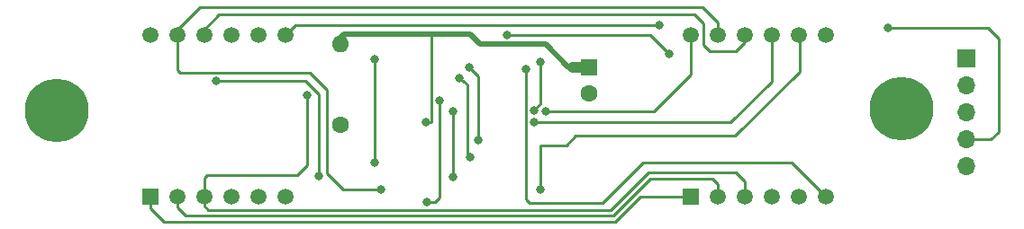
<source format=gbr>
G04 #@! TF.GenerationSoftware,KiCad,Pcbnew,(5.0.2)-1*
G04 #@! TF.CreationDate,2021-03-12T16:00:43+02:00*
G04 #@! TF.ProjectId,MAX7219 SMD,4d415837-3231-4392-9053-4d442e6b6963,rev?*
G04 #@! TF.SameCoordinates,Original*
G04 #@! TF.FileFunction,Copper,L1,Top*
G04 #@! TF.FilePolarity,Positive*
%FSLAX46Y46*%
G04 Gerber Fmt 4.6, Leading zero omitted, Abs format (unit mm)*
G04 Created by KiCad (PCBNEW (5.0.2)-1) date 12.03.2021 16:00:43*
%MOMM*%
%LPD*%
G01*
G04 APERTURE LIST*
G04 #@! TA.AperFunction,ComponentPad*
%ADD10C,1.600000*%
G04 #@! TD*
G04 #@! TA.AperFunction,ComponentPad*
%ADD11R,1.600000X1.600000*%
G04 #@! TD*
G04 #@! TA.AperFunction,ComponentPad*
%ADD12O,1.600000X1.600000*%
G04 #@! TD*
G04 #@! TA.AperFunction,ComponentPad*
%ADD13C,1.500000*%
G04 #@! TD*
G04 #@! TA.AperFunction,ComponentPad*
%ADD14R,1.500000X1.500000*%
G04 #@! TD*
G04 #@! TA.AperFunction,ComponentPad*
%ADD15R,1.700000X1.700000*%
G04 #@! TD*
G04 #@! TA.AperFunction,ComponentPad*
%ADD16O,1.700000X1.700000*%
G04 #@! TD*
G04 #@! TA.AperFunction,ViaPad*
%ADD17C,6.000000*%
G04 #@! TD*
G04 #@! TA.AperFunction,ViaPad*
%ADD18C,0.800000*%
G04 #@! TD*
G04 #@! TA.AperFunction,Conductor*
%ADD19C,1.000000*%
G04 #@! TD*
G04 #@! TA.AperFunction,Conductor*
%ADD20C,0.500000*%
G04 #@! TD*
G04 #@! TA.AperFunction,Conductor*
%ADD21C,0.250000*%
G04 #@! TD*
G04 APERTURE END LIST*
D10*
G04 #@! TO.P,C1,2*
G04 #@! TO.N,GNDD*
X152908000Y-97623000D03*
D11*
G04 #@! TO.P,C1,1*
G04 #@! TO.N,+5V*
X152908000Y-95123000D03*
G04 #@! TD*
D12*
G04 #@! TO.P,R1,2*
G04 #@! TO.N,+5V*
X129540000Y-92964000D03*
D10*
G04 #@! TO.P,R1,1*
G04 #@! TO.N,Net-(R1-Pad1)*
X129540000Y-100584000D03*
G04 #@! TD*
D13*
G04 #@! TO.P,U3,12*
G04 #@! TO.N,Net-(U1-Pad8)*
X111633000Y-92075000D03*
G04 #@! TO.P,U3,11*
G04 #@! TO.N,Net-(U1-Pad14)*
X114173000Y-92075000D03*
G04 #@! TO.P,U3,10*
G04 #@! TO.N,Net-(U1-Pad15)*
X116713000Y-92075000D03*
G04 #@! TO.P,U3,9*
G04 #@! TO.N,Net-(U1-Pad5)*
X119253000Y-92075000D03*
G04 #@! TO.P,U3,8*
G04 #@! TO.N,Net-(U1-Pad10)*
X121793000Y-92075000D03*
G04 #@! TO.P,U3,7*
G04 #@! TO.N,Net-(U1-Pad16)*
X124333000Y-92075000D03*
G04 #@! TO.P,U3,6*
G04 #@! TO.N,Net-(U1-Pad3)*
X124333000Y-107315000D03*
G04 #@! TO.P,U3,5*
G04 #@! TO.N,Net-(U1-Pad17)*
X121793000Y-107315000D03*
G04 #@! TO.P,U3,4*
G04 #@! TO.N,Net-(U1-Pad20)*
X119253000Y-107315000D03*
G04 #@! TO.P,U3,3*
G04 #@! TO.N,Net-(U1-Pad22)*
X116713000Y-107315000D03*
G04 #@! TO.P,U3,2*
G04 #@! TO.N,Net-(U1-Pad23)*
X114173000Y-107315000D03*
D14*
G04 #@! TO.P,U3,1*
G04 #@! TO.N,Net-(U1-Pad21)*
X111633000Y-107315000D03*
G04 #@! TD*
D15*
G04 #@! TO.P,J1,1*
G04 #@! TO.N,+5V*
X188341000Y-94310200D03*
D16*
G04 #@! TO.P,J1,2*
G04 #@! TO.N,Net-(J1-Pad2)*
X188341000Y-96850200D03*
G04 #@! TO.P,J1,3*
G04 #@! TO.N,Net-(J1-Pad3)*
X188341000Y-99390200D03*
G04 #@! TO.P,J1,4*
G04 #@! TO.N,Net-(J1-Pad4)*
X188341000Y-101930200D03*
G04 #@! TO.P,J1,5*
G04 #@! TO.N,GNDD*
X188341000Y-104470200D03*
G04 #@! TD*
D14*
G04 #@! TO.P,U2,1*
G04 #@! TO.N,Net-(U1-Pad21)*
X162433000Y-107315000D03*
D13*
G04 #@! TO.P,U2,2*
G04 #@! TO.N,Net-(U1-Pad23)*
X164973000Y-107315000D03*
G04 #@! TO.P,U2,3*
G04 #@! TO.N,Net-(U1-Pad22)*
X167513000Y-107315000D03*
G04 #@! TO.P,U2,4*
G04 #@! TO.N,Net-(U1-Pad20)*
X170053000Y-107315000D03*
G04 #@! TO.P,U2,5*
G04 #@! TO.N,Net-(U1-Pad17)*
X172593000Y-107315000D03*
G04 #@! TO.P,U2,6*
G04 #@! TO.N,Net-(U1-Pad2)*
X175133000Y-107315000D03*
G04 #@! TO.P,U2,7*
G04 #@! TO.N,Net-(U1-Pad16)*
X175133000Y-92075000D03*
G04 #@! TO.P,U2,8*
G04 #@! TO.N,Net-(U1-Pad11)*
X172593000Y-92075000D03*
G04 #@! TO.P,U2,9*
G04 #@! TO.N,Net-(U1-Pad6)*
X170053000Y-92075000D03*
G04 #@! TO.P,U2,10*
G04 #@! TO.N,Net-(U1-Pad15)*
X167513000Y-92075000D03*
G04 #@! TO.P,U2,11*
G04 #@! TO.N,Net-(U1-Pad14)*
X164973000Y-92075000D03*
G04 #@! TO.P,U2,12*
G04 #@! TO.N,Net-(U1-Pad7)*
X162433000Y-92075000D03*
G04 #@! TD*
D17*
G04 #@! TO.N,*
X182245000Y-99034600D03*
X102819200Y-99187000D03*
D18*
G04 #@! TO.N,+5V*
X137541000Y-100330000D03*
G04 #@! TO.N,Net-(J1-Pad4)*
X145161000Y-92075000D03*
X160401000Y-93853000D03*
X180975000Y-91440000D03*
X138831685Y-98298000D03*
X137668000Y-107860000D03*
G04 #@! TO.N,Net-(U1-Pad2)*
X146942845Y-95320153D03*
G04 #@! TO.N,Net-(U1-Pad3)*
X140076501Y-105414806D03*
X140081000Y-99314000D03*
G04 #@! TO.N,Net-(U1-Pad5)*
X147701000Y-99187000D03*
X148336000Y-94615000D03*
G04 #@! TO.N,Net-(U1-Pad6)*
X147701000Y-100330000D03*
G04 #@! TO.N,Net-(U1-Pad7)*
X148844000Y-99250500D03*
G04 #@! TO.N,Net-(U1-Pad8)*
X142494000Y-101981000D03*
X141605000Y-95123000D03*
G04 #@! TO.N,Net-(U1-Pad10)*
X141732000Y-103632000D03*
X140716000Y-96139000D03*
G04 #@! TO.N,Net-(U1-Pad11)*
X148336000Y-106680000D03*
G04 #@! TO.N,Net-(U1-Pad14)*
X133350000Y-106680000D03*
G04 #@! TO.N,Net-(U1-Pad15)*
X117856000Y-96393000D03*
X127508000Y-105410000D03*
G04 #@! TO.N,Net-(U1-Pad16)*
X159461200Y-91135200D03*
X132715000Y-94361000D03*
X132715000Y-104140000D03*
G04 #@! TO.N,Net-(U1-Pad22)*
X126365000Y-97790000D03*
G04 #@! TD*
D19*
G04 #@! TO.N,+5V*
X152908000Y-95123000D02*
X151384000Y-95123000D01*
D20*
X148832002Y-92964000D02*
X150991002Y-95123000D01*
X142621000Y-92964000D02*
X148832002Y-92964000D01*
X150991002Y-95123000D02*
X151384000Y-95123000D01*
X141681200Y-92024200D02*
X142621000Y-92964000D01*
X139954000Y-92024200D02*
X141681200Y-92024200D01*
D21*
X129540000Y-92583000D02*
X129540000Y-92964000D01*
D20*
X129540000Y-92964000D02*
X129540000Y-92329000D01*
X129844800Y-92024200D02*
X130312800Y-92024200D01*
X129540000Y-92329000D02*
X129844800Y-92024200D01*
D21*
X137541000Y-100330000D02*
X138106685Y-100330000D01*
X138106685Y-92093515D02*
X138176000Y-92024200D01*
D20*
X130312800Y-92024200D02*
X138176000Y-92024200D01*
D21*
X138106685Y-100330000D02*
X138106685Y-92093515D01*
D20*
X138176000Y-92024200D02*
X139954000Y-92024200D01*
D21*
G04 #@! TO.N,Net-(J1-Pad3)*
X188341000Y-99390200D02*
X187858400Y-99390200D01*
G04 #@! TO.N,Net-(J1-Pad4)*
X145161000Y-92075000D02*
X158623000Y-92075000D01*
X158623000Y-92075000D02*
X160401000Y-93853000D01*
X180975000Y-91440000D02*
X190373000Y-91440000D01*
X190373000Y-91440000D02*
X191389000Y-92456000D01*
X191389000Y-92456000D02*
X191389000Y-101219000D01*
X190677800Y-101930200D02*
X188341000Y-101930200D01*
X191389000Y-101219000D02*
X190677800Y-101930200D01*
X137668000Y-107950000D02*
X137668000Y-107860000D01*
X138393000Y-107860000D02*
X137668000Y-107860000D01*
X138831685Y-98298000D02*
X138831685Y-107421315D01*
X138831685Y-107421315D02*
X138393000Y-107860000D01*
G04 #@! TO.N,Net-(R1-Pad1)*
X129921000Y-100203000D02*
X129540000Y-100584000D01*
G04 #@! TO.N,Net-(U1-Pad2)*
X175133000Y-107315000D02*
X171932600Y-104114600D01*
X171932600Y-104114600D02*
X158013400Y-104114600D01*
X158013400Y-104114600D02*
X154178000Y-107950000D01*
X154178000Y-107950000D02*
X147320000Y-107950000D01*
X147320000Y-107950000D02*
X146975999Y-107605999D01*
X146975999Y-95286999D02*
X146942845Y-95320153D01*
X146962368Y-95302677D02*
X146942845Y-95283154D01*
X146975999Y-107569000D02*
X146962368Y-107555369D01*
X146962368Y-107555369D02*
X146962368Y-95302677D01*
G04 #@! TO.N,Net-(U1-Pad3)*
X140076501Y-104849121D02*
X140081000Y-104844622D01*
X140076501Y-105414806D02*
X140076501Y-104849121D01*
X140081000Y-104844622D02*
X140081000Y-99314000D01*
G04 #@! TO.N,Net-(U1-Pad5)*
X148336000Y-98552000D02*
X147701000Y-99187000D01*
X148336000Y-94615000D02*
X148336000Y-98552000D01*
G04 #@! TO.N,Net-(U1-Pad6)*
X170078400Y-92100400D02*
X170053000Y-92075000D01*
X170078400Y-96469200D02*
X170078400Y-92100400D01*
X166217600Y-100330000D02*
X170078400Y-96469200D01*
X150368000Y-100330000D02*
X152654000Y-100330000D01*
X152298400Y-100330000D02*
X152654000Y-100330000D01*
X152654000Y-100330000D02*
X166217600Y-100330000D01*
X150368000Y-100330000D02*
X147701000Y-100330000D01*
G04 #@! TO.N,Net-(U1-Pad7)*
X162433000Y-92075000D02*
X162433000Y-95808800D01*
X162433000Y-95808800D02*
X158991300Y-99250500D01*
X158991300Y-99250500D02*
X148844000Y-99250500D01*
G04 #@! TO.N,Net-(U1-Pad8)*
X142494000Y-101981000D02*
X142494000Y-96012000D01*
X142494000Y-96012000D02*
X141605000Y-95123000D01*
G04 #@! TO.N,Net-(U1-Pad10)*
X141478000Y-96774000D02*
X140716000Y-96139000D01*
X141732000Y-103632000D02*
X141478000Y-103378000D01*
X141478000Y-103378000D02*
X141478000Y-96774000D01*
G04 #@! TO.N,Net-(U1-Pad11)*
X172669200Y-95529400D02*
X166598600Y-101600000D01*
X172593000Y-92075000D02*
X172669200Y-92151200D01*
X172669200Y-92151200D02*
X172669200Y-95529400D01*
X148336000Y-102489000D02*
X150749000Y-102489000D01*
X151638000Y-101600000D02*
X152781000Y-101600000D01*
X166598600Y-101600000D02*
X152781000Y-101600000D01*
X150749000Y-102489000D02*
X151638000Y-101600000D01*
X152781000Y-101600000D02*
X152577800Y-101600000D01*
X148336000Y-106680000D02*
X148336000Y-102489000D01*
G04 #@! TO.N,Net-(U1-Pad14)*
X114173000Y-92075000D02*
X114173000Y-92202000D01*
X164973000Y-90855800D02*
X164973000Y-92075000D01*
X163544210Y-89427010D02*
X164973000Y-90855800D01*
X116312990Y-89427010D02*
X146812000Y-89427010D01*
X114173000Y-92075000D02*
X114173000Y-91567000D01*
X114173000Y-91567000D02*
X116312990Y-89427010D01*
X146812000Y-89427010D02*
X163544210Y-89427010D01*
X114173000Y-93135660D02*
X114173000Y-92075000D01*
X114173000Y-95377000D02*
X114173000Y-93135660D01*
X129794000Y-106680000D02*
X128233001Y-105119001D01*
X133350000Y-106680000D02*
X129794000Y-106680000D01*
X128233001Y-105119001D02*
X128233001Y-97245001D01*
X128233001Y-97245001D02*
X126655999Y-95667999D01*
X126655999Y-95667999D02*
X114463999Y-95667999D01*
X114463999Y-95667999D02*
X114173000Y-95377000D01*
G04 #@! TO.N,Net-(U1-Pad15)*
X167513000Y-92735400D02*
X167513000Y-92075000D01*
X166674800Y-93573600D02*
X167513000Y-92735400D01*
X164211000Y-93573600D02*
X166674800Y-93573600D01*
X116713000Y-92075000D02*
X116713000Y-91567000D01*
X162814000Y-90170000D02*
X163626800Y-90982800D01*
X116713000Y-91567000D02*
X118110000Y-90170000D01*
X118110000Y-90170000D02*
X162814000Y-90170000D01*
X163626800Y-90982800D02*
X163626800Y-92989400D01*
X163626800Y-92989400D02*
X164211000Y-93573600D01*
X126238000Y-96393000D02*
X117856000Y-96393000D01*
X127508000Y-105410000D02*
X127508000Y-97663000D01*
X127508000Y-97663000D02*
X126238000Y-96393000D01*
G04 #@! TO.N,Net-(U1-Pad16)*
X158895515Y-91135200D02*
X159461200Y-91135200D01*
X124333000Y-92075000D02*
X125272800Y-91135200D01*
X125272800Y-91135200D02*
X158895515Y-91135200D01*
X132715000Y-94361000D02*
X132715000Y-104140000D01*
G04 #@! TO.N,Net-(U1-Pad21)*
X111633000Y-108458000D02*
X111633000Y-107315000D01*
X112903000Y-109728000D02*
X111633000Y-108458000D01*
X155321000Y-109728000D02*
X112903000Y-109728000D01*
X162433000Y-107315000D02*
X157734000Y-107315000D01*
X157734000Y-107315000D02*
X155321000Y-109728000D01*
G04 #@! TO.N,Net-(U1-Pad22)*
X167513000Y-105841800D02*
X166700200Y-105029000D01*
X167513000Y-107315000D02*
X167513000Y-105841800D01*
X166700200Y-105029000D02*
X158496000Y-105029000D01*
X158496000Y-105029000D02*
X154940000Y-108585000D01*
X116713000Y-108204000D02*
X116713000Y-107315000D01*
X154940000Y-108585000D02*
X117094000Y-108585000D01*
X117094000Y-108585000D02*
X116713000Y-108204000D01*
X116967000Y-105283000D02*
X116713000Y-105537000D01*
X125476000Y-105283000D02*
X116967000Y-105283000D01*
X126365000Y-97790000D02*
X126365000Y-104394000D01*
X116713000Y-105537000D02*
X116713000Y-107315000D01*
X126365000Y-104394000D02*
X125476000Y-105283000D01*
G04 #@! TO.N,Net-(U1-Pad23)*
X114173000Y-108331000D02*
X114173000Y-107315000D01*
X164973000Y-106146600D02*
X164490400Y-105664000D01*
X164973000Y-107315000D02*
X164973000Y-106146600D01*
X164490400Y-105664000D02*
X158623000Y-105664000D01*
X158623000Y-105664000D02*
X155194000Y-109093000D01*
X155194000Y-109093000D02*
X114935000Y-109093000D01*
X114935000Y-109093000D02*
X114173000Y-108331000D01*
G04 #@! TD*
M02*

</source>
